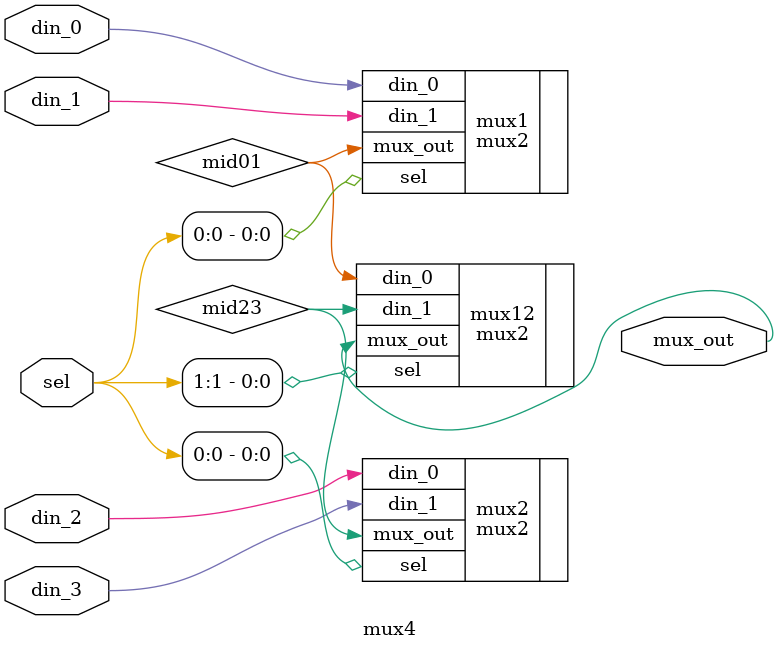
<source format=v>

module  mux4(
    din_0      , // Mux first input
    din_1      , // Mux Second input
    din_2      , // Mux Thirsd input
    din_3      , // Mux Fourth input
    sel        , // Select input
    mux_out      // Mux output
);
//-----------Input Ports---------------
input din_0, din_1, din_2, din_3 ;
input [1:0] sel ;
//-----------Output Ports---------------
output mux_out;
//------------Internal Variables--------
reg  mux_out;
reg  mid01, mid23;
//-------------Code Starts Here---------
    mux2 mux1  (.din_0(din_0), .din_1(din_1), .sel(sel[0]), .mux_out(mid01));
    mux2 mux2  (.din_0(din_2), .din_1(din_3), .sel(sel[0]), .mux_out(mid23));
    mux2 mux12 (.din_0(mid01), .din_1(mid23), .sel(sel[1]), .mux_out(mux_out));

endmodule //End Of Module mux


</source>
